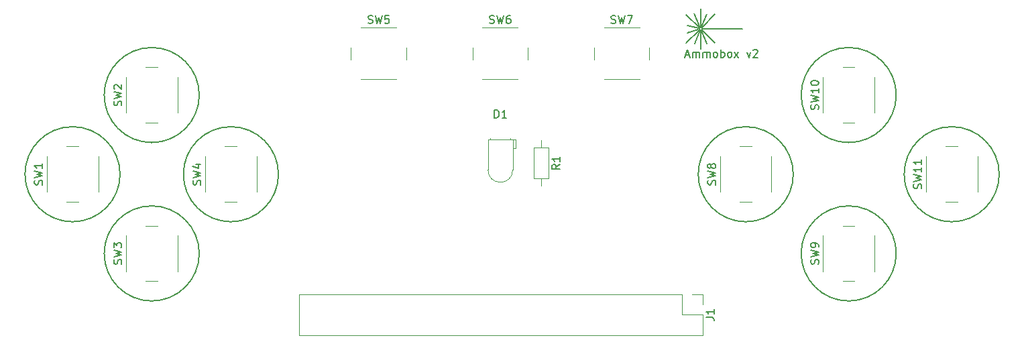
<source format=gto>
%TF.GenerationSoftware,KiCad,Pcbnew,(6.0.11-0)*%
%TF.CreationDate,2023-02-15T22:40:39-07:00*%
%TF.ProjectId,gamepad,67616d65-7061-4642-9e6b-696361645f70,rev?*%
%TF.SameCoordinates,Original*%
%TF.FileFunction,Legend,Top*%
%TF.FilePolarity,Positive*%
%FSLAX46Y46*%
G04 Gerber Fmt 4.6, Leading zero omitted, Abs format (unit mm)*
G04 Created by KiCad (PCBNEW (6.0.11-0)) date 2023-02-15 22:40:39*
%MOMM*%
%LPD*%
G01*
G04 APERTURE LIST*
G04 Aperture macros list*
%AMRotRect*
0 Rectangle, with rotation*
0 The origin of the aperture is its center*
0 $1 length*
0 $2 width*
0 $3 Rotation angle, in degrees counterclockwise*
0 Add horizontal line*
21,1,$1,$2,0,0,$3*%
G04 Aperture macros list end*
%ADD10C,0.150000*%
%ADD11C,0.120000*%
%ADD12RotRect,1.800000X1.800000X225.000000*%
%ADD13C,1.800000*%
%ADD14RotRect,1.800000X1.800000X315.000000*%
%ADD15C,1.400000*%
%ADD16O,1.400000X1.400000*%
%ADD17C,2.000000*%
%ADD18R,1.800000X1.800000*%
%ADD19R,1.700000X1.700000*%
%ADD20O,1.700000X1.700000*%
G04 APERTURE END LIST*
D10*
X190485060Y-103951970D02*
X192139690Y-102297340D01*
X137000000Y-122500000D02*
G75*
G03*
X137000000Y-122500000I-6000000J0D01*
G01*
X215000000Y-112500000D02*
G75*
G03*
X215000000Y-112500000I-6000000J0D01*
G01*
X190201358Y-104350805D02*
X189538425Y-105973029D01*
X190469695Y-104301428D02*
X192124325Y-105956058D01*
X127000000Y-132500000D02*
G75*
G03*
X127000000Y-132500000I-6000000J0D01*
G01*
X117000000Y-122500000D02*
G75*
G03*
X117000000Y-122500000I-6000000J0D01*
G01*
X190300000Y-103940000D02*
X190300000Y-101600000D01*
X127000000Y-112500000D02*
G75*
G03*
X127000000Y-112500000I-6000000J0D01*
G01*
X188482260Y-105958029D02*
X190136890Y-104303399D01*
X215000000Y-132500000D02*
G75*
G03*
X215000000Y-132500000I-6000000J0D01*
G01*
X189505470Y-102207941D02*
X190183791Y-103823791D01*
X202000000Y-122500000D02*
G75*
G03*
X202000000Y-122500000I-6000000J0D01*
G01*
X190025524Y-104204883D02*
X188616351Y-104648038D01*
X228000000Y-122500000D02*
G75*
G03*
X228000000Y-122500000I-6000000J0D01*
G01*
X195580000Y-104140000D02*
X190500000Y-104140000D01*
X190300000Y-106680000D02*
X190300000Y-104340000D01*
X190500000Y-104140000D02*
G75*
G03*
X190500000Y-104140000I-200000J0D01*
G01*
X191062148Y-102277884D02*
X190399215Y-103900108D01*
X190371645Y-104386102D02*
X191049966Y-106001952D01*
X190079379Y-104044539D02*
X188637422Y-103723736D01*
X188495687Y-102328925D02*
X190150317Y-103983555D01*
X188378196Y-107458667D02*
X188854386Y-107458667D01*
X188282958Y-107744381D02*
X188616291Y-106744381D01*
X188949625Y-107744381D01*
X189282958Y-107744381D02*
X189282958Y-107077715D01*
X189282958Y-107172953D02*
X189330577Y-107125334D01*
X189425815Y-107077715D01*
X189568672Y-107077715D01*
X189663910Y-107125334D01*
X189711529Y-107220572D01*
X189711529Y-107744381D01*
X189711529Y-107220572D02*
X189759148Y-107125334D01*
X189854386Y-107077715D01*
X189997244Y-107077715D01*
X190092482Y-107125334D01*
X190140101Y-107220572D01*
X190140101Y-107744381D01*
X190616291Y-107744381D02*
X190616291Y-107077715D01*
X190616291Y-107172953D02*
X190663910Y-107125334D01*
X190759148Y-107077715D01*
X190902005Y-107077715D01*
X190997244Y-107125334D01*
X191044863Y-107220572D01*
X191044863Y-107744381D01*
X191044863Y-107220572D02*
X191092482Y-107125334D01*
X191187720Y-107077715D01*
X191330577Y-107077715D01*
X191425815Y-107125334D01*
X191473434Y-107220572D01*
X191473434Y-107744381D01*
X192092482Y-107744381D02*
X191997244Y-107696762D01*
X191949625Y-107649143D01*
X191902005Y-107553905D01*
X191902005Y-107268191D01*
X191949625Y-107172953D01*
X191997244Y-107125334D01*
X192092482Y-107077715D01*
X192235339Y-107077715D01*
X192330577Y-107125334D01*
X192378196Y-107172953D01*
X192425815Y-107268191D01*
X192425815Y-107553905D01*
X192378196Y-107649143D01*
X192330577Y-107696762D01*
X192235339Y-107744381D01*
X192092482Y-107744381D01*
X192854386Y-107744381D02*
X192854386Y-106744381D01*
X192854386Y-107125334D02*
X192949625Y-107077715D01*
X193140101Y-107077715D01*
X193235339Y-107125334D01*
X193282958Y-107172953D01*
X193330577Y-107268191D01*
X193330577Y-107553905D01*
X193282958Y-107649143D01*
X193235339Y-107696762D01*
X193140101Y-107744381D01*
X192949625Y-107744381D01*
X192854386Y-107696762D01*
X193902005Y-107744381D02*
X193806767Y-107696762D01*
X193759148Y-107649143D01*
X193711529Y-107553905D01*
X193711529Y-107268191D01*
X193759148Y-107172953D01*
X193806767Y-107125334D01*
X193902005Y-107077715D01*
X194044863Y-107077715D01*
X194140101Y-107125334D01*
X194187720Y-107172953D01*
X194235339Y-107268191D01*
X194235339Y-107553905D01*
X194187720Y-107649143D01*
X194140101Y-107696762D01*
X194044863Y-107744381D01*
X193902005Y-107744381D01*
X194568672Y-107744381D02*
X195092482Y-107077715D01*
X194568672Y-107077715D02*
X195092482Y-107744381D01*
X196140101Y-107077715D02*
X196378196Y-107744381D01*
X196616291Y-107077715D01*
X196949625Y-106839620D02*
X196997244Y-106792001D01*
X197092482Y-106744381D01*
X197330577Y-106744381D01*
X197425815Y-106792001D01*
X197473434Y-106839620D01*
X197521053Y-106934858D01*
X197521053Y-107030096D01*
X197473434Y-107172953D01*
X196902005Y-107744381D01*
X197521053Y-107744381D01*
%TO.C,SW5*%
X148326666Y-103404761D02*
X148469523Y-103452380D01*
X148707619Y-103452380D01*
X148802857Y-103404761D01*
X148850476Y-103357142D01*
X148898095Y-103261904D01*
X148898095Y-103166666D01*
X148850476Y-103071428D01*
X148802857Y-103023809D01*
X148707619Y-102976190D01*
X148517142Y-102928571D01*
X148421904Y-102880952D01*
X148374285Y-102833333D01*
X148326666Y-102738095D01*
X148326666Y-102642857D01*
X148374285Y-102547619D01*
X148421904Y-102500000D01*
X148517142Y-102452380D01*
X148755238Y-102452380D01*
X148898095Y-102500000D01*
X149231428Y-102452380D02*
X149469523Y-103452380D01*
X149660000Y-102738095D01*
X149850476Y-103452380D01*
X150088571Y-102452380D01*
X150945714Y-102452380D02*
X150469523Y-102452380D01*
X150421904Y-102928571D01*
X150469523Y-102880952D01*
X150564761Y-102833333D01*
X150802857Y-102833333D01*
X150898095Y-102880952D01*
X150945714Y-102928571D01*
X150993333Y-103023809D01*
X150993333Y-103261904D01*
X150945714Y-103357142D01*
X150898095Y-103404761D01*
X150802857Y-103452380D01*
X150564761Y-103452380D01*
X150469523Y-103404761D01*
X150421904Y-103357142D01*
%TO.C,SW3*%
X117154761Y-133833333D02*
X117202380Y-133690476D01*
X117202380Y-133452380D01*
X117154761Y-133357142D01*
X117107142Y-133309523D01*
X117011904Y-133261904D01*
X116916666Y-133261904D01*
X116821428Y-133309523D01*
X116773809Y-133357142D01*
X116726190Y-133452380D01*
X116678571Y-133642857D01*
X116630952Y-133738095D01*
X116583333Y-133785714D01*
X116488095Y-133833333D01*
X116392857Y-133833333D01*
X116297619Y-133785714D01*
X116250000Y-133738095D01*
X116202380Y-133642857D01*
X116202380Y-133404761D01*
X116250000Y-133261904D01*
X116202380Y-132928571D02*
X117202380Y-132690476D01*
X116488095Y-132500000D01*
X117202380Y-132309523D01*
X116202380Y-132071428D01*
X116202380Y-131785714D02*
X116202380Y-131166666D01*
X116583333Y-131500000D01*
X116583333Y-131357142D01*
X116630952Y-131261904D01*
X116678571Y-131214285D01*
X116773809Y-131166666D01*
X117011904Y-131166666D01*
X117107142Y-131214285D01*
X117154761Y-131261904D01*
X117202380Y-131357142D01*
X117202380Y-131642857D01*
X117154761Y-131738095D01*
X117107142Y-131785714D01*
%TO.C,SW8*%
X192154761Y-123833333D02*
X192202380Y-123690476D01*
X192202380Y-123452380D01*
X192154761Y-123357142D01*
X192107142Y-123309523D01*
X192011904Y-123261904D01*
X191916666Y-123261904D01*
X191821428Y-123309523D01*
X191773809Y-123357142D01*
X191726190Y-123452380D01*
X191678571Y-123642857D01*
X191630952Y-123738095D01*
X191583333Y-123785714D01*
X191488095Y-123833333D01*
X191392857Y-123833333D01*
X191297619Y-123785714D01*
X191250000Y-123738095D01*
X191202380Y-123642857D01*
X191202380Y-123404761D01*
X191250000Y-123261904D01*
X191202380Y-122928571D02*
X192202380Y-122690476D01*
X191488095Y-122500000D01*
X192202380Y-122309523D01*
X191202380Y-122071428D01*
X191630952Y-121547619D02*
X191583333Y-121642857D01*
X191535714Y-121690476D01*
X191440476Y-121738095D01*
X191392857Y-121738095D01*
X191297619Y-121690476D01*
X191250000Y-121642857D01*
X191202380Y-121547619D01*
X191202380Y-121357142D01*
X191250000Y-121261904D01*
X191297619Y-121214285D01*
X191392857Y-121166666D01*
X191440476Y-121166666D01*
X191535714Y-121214285D01*
X191583333Y-121261904D01*
X191630952Y-121357142D01*
X191630952Y-121547619D01*
X191678571Y-121642857D01*
X191726190Y-121690476D01*
X191821428Y-121738095D01*
X192011904Y-121738095D01*
X192107142Y-121690476D01*
X192154761Y-121642857D01*
X192202380Y-121547619D01*
X192202380Y-121357142D01*
X192154761Y-121261904D01*
X192107142Y-121214285D01*
X192011904Y-121166666D01*
X191821428Y-121166666D01*
X191726190Y-121214285D01*
X191678571Y-121261904D01*
X191630952Y-121357142D01*
%TO.C,R1*%
X172552380Y-121246666D02*
X172076190Y-121580000D01*
X172552380Y-121818095D02*
X171552380Y-121818095D01*
X171552380Y-121437142D01*
X171600000Y-121341904D01*
X171647619Y-121294285D01*
X171742857Y-121246666D01*
X171885714Y-121246666D01*
X171980952Y-121294285D01*
X172028571Y-121341904D01*
X172076190Y-121437142D01*
X172076190Y-121818095D01*
X172552380Y-120294285D02*
X172552380Y-120865714D01*
X172552380Y-120580000D02*
X171552380Y-120580000D01*
X171695238Y-120675238D01*
X171790476Y-120770476D01*
X171838095Y-120865714D01*
%TO.C,D1*%
X164281904Y-115372380D02*
X164281904Y-114372380D01*
X164520000Y-114372380D01*
X164662857Y-114420000D01*
X164758095Y-114515238D01*
X164805714Y-114610476D01*
X164853333Y-114800952D01*
X164853333Y-114943809D01*
X164805714Y-115134285D01*
X164758095Y-115229523D01*
X164662857Y-115324761D01*
X164520000Y-115372380D01*
X164281904Y-115372380D01*
X165805714Y-115372380D02*
X165234285Y-115372380D01*
X165520000Y-115372380D02*
X165520000Y-114372380D01*
X165424761Y-114515238D01*
X165329523Y-114610476D01*
X165234285Y-114658095D01*
%TO.C,J1*%
X191007380Y-140574523D02*
X191721666Y-140574523D01*
X191864523Y-140622142D01*
X191959761Y-140717380D01*
X192007380Y-140860237D01*
X192007380Y-140955475D01*
X192007380Y-139574523D02*
X192007380Y-140145951D01*
X192007380Y-139860237D02*
X191007380Y-139860237D01*
X191150238Y-139955475D01*
X191245476Y-140050713D01*
X191293095Y-140145951D01*
%TO.C,SW11*%
X218154761Y-124309523D02*
X218202380Y-124166666D01*
X218202380Y-123928571D01*
X218154761Y-123833333D01*
X218107142Y-123785714D01*
X218011904Y-123738095D01*
X217916666Y-123738095D01*
X217821428Y-123785714D01*
X217773809Y-123833333D01*
X217726190Y-123928571D01*
X217678571Y-124119047D01*
X217630952Y-124214285D01*
X217583333Y-124261904D01*
X217488095Y-124309523D01*
X217392857Y-124309523D01*
X217297619Y-124261904D01*
X217250000Y-124214285D01*
X217202380Y-124119047D01*
X217202380Y-123880952D01*
X217250000Y-123738095D01*
X217202380Y-123404761D02*
X218202380Y-123166666D01*
X217488095Y-122976190D01*
X218202380Y-122785714D01*
X217202380Y-122547619D01*
X218202380Y-121642857D02*
X218202380Y-122214285D01*
X218202380Y-121928571D02*
X217202380Y-121928571D01*
X217345238Y-122023809D01*
X217440476Y-122119047D01*
X217488095Y-122214285D01*
X218202380Y-120690476D02*
X218202380Y-121261904D01*
X218202380Y-120976190D02*
X217202380Y-120976190D01*
X217345238Y-121071428D01*
X217440476Y-121166666D01*
X217488095Y-121261904D01*
%TO.C,SW1*%
X107154761Y-123833333D02*
X107202380Y-123690476D01*
X107202380Y-123452380D01*
X107154761Y-123357142D01*
X107107142Y-123309523D01*
X107011904Y-123261904D01*
X106916666Y-123261904D01*
X106821428Y-123309523D01*
X106773809Y-123357142D01*
X106726190Y-123452380D01*
X106678571Y-123642857D01*
X106630952Y-123738095D01*
X106583333Y-123785714D01*
X106488095Y-123833333D01*
X106392857Y-123833333D01*
X106297619Y-123785714D01*
X106250000Y-123738095D01*
X106202380Y-123642857D01*
X106202380Y-123404761D01*
X106250000Y-123261904D01*
X106202380Y-122928571D02*
X107202380Y-122690476D01*
X106488095Y-122500000D01*
X107202380Y-122309523D01*
X106202380Y-122071428D01*
X107202380Y-121166666D02*
X107202380Y-121738095D01*
X107202380Y-121452380D02*
X106202380Y-121452380D01*
X106345238Y-121547619D01*
X106440476Y-121642857D01*
X106488095Y-121738095D01*
%TO.C,SW7*%
X179006666Y-103404761D02*
X179149523Y-103452380D01*
X179387619Y-103452380D01*
X179482857Y-103404761D01*
X179530476Y-103357142D01*
X179578095Y-103261904D01*
X179578095Y-103166666D01*
X179530476Y-103071428D01*
X179482857Y-103023809D01*
X179387619Y-102976190D01*
X179197142Y-102928571D01*
X179101904Y-102880952D01*
X179054285Y-102833333D01*
X179006666Y-102738095D01*
X179006666Y-102642857D01*
X179054285Y-102547619D01*
X179101904Y-102500000D01*
X179197142Y-102452380D01*
X179435238Y-102452380D01*
X179578095Y-102500000D01*
X179911428Y-102452380D02*
X180149523Y-103452380D01*
X180340000Y-102738095D01*
X180530476Y-103452380D01*
X180768571Y-102452380D01*
X181054285Y-102452380D02*
X181720952Y-102452380D01*
X181292380Y-103452380D01*
%TO.C,SW10*%
X205154761Y-114309523D02*
X205202380Y-114166666D01*
X205202380Y-113928571D01*
X205154761Y-113833333D01*
X205107142Y-113785714D01*
X205011904Y-113738095D01*
X204916666Y-113738095D01*
X204821428Y-113785714D01*
X204773809Y-113833333D01*
X204726190Y-113928571D01*
X204678571Y-114119047D01*
X204630952Y-114214285D01*
X204583333Y-114261904D01*
X204488095Y-114309523D01*
X204392857Y-114309523D01*
X204297619Y-114261904D01*
X204250000Y-114214285D01*
X204202380Y-114119047D01*
X204202380Y-113880952D01*
X204250000Y-113738095D01*
X204202380Y-113404761D02*
X205202380Y-113166666D01*
X204488095Y-112976190D01*
X205202380Y-112785714D01*
X204202380Y-112547619D01*
X205202380Y-111642857D02*
X205202380Y-112214285D01*
X205202380Y-111928571D02*
X204202380Y-111928571D01*
X204345238Y-112023809D01*
X204440476Y-112119047D01*
X204488095Y-112214285D01*
X204202380Y-111023809D02*
X204202380Y-110928571D01*
X204250000Y-110833333D01*
X204297619Y-110785714D01*
X204392857Y-110738095D01*
X204583333Y-110690476D01*
X204821428Y-110690476D01*
X205011904Y-110738095D01*
X205107142Y-110785714D01*
X205154761Y-110833333D01*
X205202380Y-110928571D01*
X205202380Y-111023809D01*
X205154761Y-111119047D01*
X205107142Y-111166666D01*
X205011904Y-111214285D01*
X204821428Y-111261904D01*
X204583333Y-111261904D01*
X204392857Y-111214285D01*
X204297619Y-111166666D01*
X204250000Y-111119047D01*
X204202380Y-111023809D01*
%TO.C,SW2*%
X117154761Y-113833333D02*
X117202380Y-113690476D01*
X117202380Y-113452380D01*
X117154761Y-113357142D01*
X117107142Y-113309523D01*
X117011904Y-113261904D01*
X116916666Y-113261904D01*
X116821428Y-113309523D01*
X116773809Y-113357142D01*
X116726190Y-113452380D01*
X116678571Y-113642857D01*
X116630952Y-113738095D01*
X116583333Y-113785714D01*
X116488095Y-113833333D01*
X116392857Y-113833333D01*
X116297619Y-113785714D01*
X116250000Y-113738095D01*
X116202380Y-113642857D01*
X116202380Y-113404761D01*
X116250000Y-113261904D01*
X116202380Y-112928571D02*
X117202380Y-112690476D01*
X116488095Y-112500000D01*
X117202380Y-112309523D01*
X116202380Y-112071428D01*
X116297619Y-111738095D02*
X116250000Y-111690476D01*
X116202380Y-111595238D01*
X116202380Y-111357142D01*
X116250000Y-111261904D01*
X116297619Y-111214285D01*
X116392857Y-111166666D01*
X116488095Y-111166666D01*
X116630952Y-111214285D01*
X117202380Y-111785714D01*
X117202380Y-111166666D01*
%TO.C,SW4*%
X127154761Y-123833333D02*
X127202380Y-123690476D01*
X127202380Y-123452380D01*
X127154761Y-123357142D01*
X127107142Y-123309523D01*
X127011904Y-123261904D01*
X126916666Y-123261904D01*
X126821428Y-123309523D01*
X126773809Y-123357142D01*
X126726190Y-123452380D01*
X126678571Y-123642857D01*
X126630952Y-123738095D01*
X126583333Y-123785714D01*
X126488095Y-123833333D01*
X126392857Y-123833333D01*
X126297619Y-123785714D01*
X126250000Y-123738095D01*
X126202380Y-123642857D01*
X126202380Y-123404761D01*
X126250000Y-123261904D01*
X126202380Y-122928571D02*
X127202380Y-122690476D01*
X126488095Y-122500000D01*
X127202380Y-122309523D01*
X126202380Y-122071428D01*
X126535714Y-121261904D02*
X127202380Y-121261904D01*
X126154761Y-121500000D02*
X126869047Y-121738095D01*
X126869047Y-121119047D01*
%TO.C,SW9*%
X205154761Y-133833333D02*
X205202380Y-133690476D01*
X205202380Y-133452380D01*
X205154761Y-133357142D01*
X205107142Y-133309523D01*
X205011904Y-133261904D01*
X204916666Y-133261904D01*
X204821428Y-133309523D01*
X204773809Y-133357142D01*
X204726190Y-133452380D01*
X204678571Y-133642857D01*
X204630952Y-133738095D01*
X204583333Y-133785714D01*
X204488095Y-133833333D01*
X204392857Y-133833333D01*
X204297619Y-133785714D01*
X204250000Y-133738095D01*
X204202380Y-133642857D01*
X204202380Y-133404761D01*
X204250000Y-133261904D01*
X204202380Y-132928571D02*
X205202380Y-132690476D01*
X204488095Y-132500000D01*
X205202380Y-132309523D01*
X204202380Y-132071428D01*
X205202380Y-131642857D02*
X205202380Y-131452380D01*
X205154761Y-131357142D01*
X205107142Y-131309523D01*
X204964285Y-131214285D01*
X204773809Y-131166666D01*
X204392857Y-131166666D01*
X204297619Y-131214285D01*
X204250000Y-131261904D01*
X204202380Y-131357142D01*
X204202380Y-131547619D01*
X204250000Y-131642857D01*
X204297619Y-131690476D01*
X204392857Y-131738095D01*
X204630952Y-131738095D01*
X204726190Y-131690476D01*
X204773809Y-131642857D01*
X204821428Y-131547619D01*
X204821428Y-131357142D01*
X204773809Y-131261904D01*
X204726190Y-131214285D01*
X204630952Y-131166666D01*
%TO.C,SW6*%
X163666666Y-103404761D02*
X163809523Y-103452380D01*
X164047619Y-103452380D01*
X164142857Y-103404761D01*
X164190476Y-103357142D01*
X164238095Y-103261904D01*
X164238095Y-103166666D01*
X164190476Y-103071428D01*
X164142857Y-103023809D01*
X164047619Y-102976190D01*
X163857142Y-102928571D01*
X163761904Y-102880952D01*
X163714285Y-102833333D01*
X163666666Y-102738095D01*
X163666666Y-102642857D01*
X163714285Y-102547619D01*
X163761904Y-102500000D01*
X163857142Y-102452380D01*
X164095238Y-102452380D01*
X164238095Y-102500000D01*
X164571428Y-102452380D02*
X164809523Y-103452380D01*
X165000000Y-102738095D01*
X165190476Y-103452380D01*
X165428571Y-102452380D01*
X166238095Y-102452380D02*
X166047619Y-102452380D01*
X165952380Y-102500000D01*
X165904761Y-102547619D01*
X165809523Y-102690476D01*
X165761904Y-102880952D01*
X165761904Y-103261904D01*
X165809523Y-103357142D01*
X165857142Y-103404761D01*
X165952380Y-103452380D01*
X166142857Y-103452380D01*
X166238095Y-103404761D01*
X166285714Y-103357142D01*
X166333333Y-103261904D01*
X166333333Y-103023809D01*
X166285714Y-102928571D01*
X166238095Y-102880952D01*
X166142857Y-102833333D01*
X165952380Y-102833333D01*
X165857142Y-102880952D01*
X165809523Y-102928571D01*
X165761904Y-103023809D01*
D11*
%TO.C,SW5*%
X146160000Y-106500000D02*
X146160000Y-108000000D01*
X151910000Y-104000000D02*
X147410000Y-104000000D01*
X147410000Y-110500000D02*
X151910000Y-110500000D01*
X153160000Y-108000000D02*
X153160000Y-106500000D01*
%TO.C,SW3*%
X124250000Y-134750000D02*
X124250000Y-130250000D01*
X117750000Y-130250000D02*
X117750000Y-134750000D01*
X120250000Y-136000000D02*
X121750000Y-136000000D01*
X121750000Y-129000000D02*
X120250000Y-129000000D01*
%TO.C,SW8*%
X192750000Y-120250000D02*
X192750000Y-124750000D01*
X195250000Y-126000000D02*
X196750000Y-126000000D01*
X196750000Y-119000000D02*
X195250000Y-119000000D01*
X199250000Y-124750000D02*
X199250000Y-120250000D01*
%TO.C,R1*%
X170180000Y-123950000D02*
X170180000Y-123000000D01*
X169260000Y-119160000D02*
X169260000Y-123000000D01*
X171100000Y-119160000D02*
X169260000Y-119160000D01*
X169260000Y-123000000D02*
X171100000Y-123000000D01*
X171100000Y-123000000D02*
X171100000Y-119160000D01*
X170180000Y-118210000D02*
X170180000Y-119160000D01*
%TO.C,D1*%
X163460000Y-121950000D02*
G75*
G03*
X166580000Y-121950000I1560000J0D01*
G01*
X163750000Y-117960000D02*
X163750000Y-117960000D01*
X166980000Y-118090000D02*
X166980000Y-119210000D01*
X166580000Y-119210000D02*
X166580000Y-118090000D01*
X163460000Y-118090000D02*
X163460000Y-121950000D01*
X166980000Y-119210000D02*
X166580000Y-119210000D01*
X166290000Y-117960000D02*
X166290000Y-118090000D01*
X163750000Y-118090000D02*
X163750000Y-117960000D01*
X163750000Y-118090000D02*
X163750000Y-118090000D01*
X166580000Y-118090000D02*
X166580000Y-121950000D01*
X166580000Y-118090000D02*
X166980000Y-118090000D01*
X163750000Y-117960000D02*
X163750000Y-118090000D01*
X166290000Y-117960000D02*
X166290000Y-117960000D01*
X166290000Y-118090000D02*
X166290000Y-118090000D01*
X163460000Y-118090000D02*
X166580000Y-118090000D01*
X166290000Y-118090000D02*
X166290000Y-117960000D01*
%TO.C,J1*%
X190555000Y-140241190D02*
X190555000Y-142841190D01*
X187955000Y-137641190D02*
X139635000Y-137641190D01*
X139635000Y-137641190D02*
X139635000Y-142841190D01*
X187955000Y-137641190D02*
X187955000Y-140241190D01*
X190555000Y-137641190D02*
X190555000Y-138971190D01*
X190555000Y-142841190D02*
X139635000Y-142841190D01*
X189225000Y-137641190D02*
X190555000Y-137641190D01*
X187955000Y-140241190D02*
X190555000Y-140241190D01*
%TO.C,SW11*%
X222750000Y-119000000D02*
X221250000Y-119000000D01*
X225250000Y-124750000D02*
X225250000Y-120250000D01*
X218750000Y-120250000D02*
X218750000Y-124750000D01*
X221250000Y-126000000D02*
X222750000Y-126000000D01*
%TO.C,SW1*%
X107750000Y-120250000D02*
X107750000Y-124750000D01*
X111750000Y-119000000D02*
X110250000Y-119000000D01*
X114250000Y-124750000D02*
X114250000Y-120250000D01*
X110250000Y-126000000D02*
X111750000Y-126000000D01*
%TO.C,SW7*%
X183840000Y-108000000D02*
X183840000Y-106500000D01*
X176840000Y-106500000D02*
X176840000Y-108000000D01*
X178090000Y-110500000D02*
X182590000Y-110500000D01*
X182590000Y-104000000D02*
X178090000Y-104000000D01*
%TO.C,SW10*%
X212250000Y-114750000D02*
X212250000Y-110250000D01*
X205750000Y-110250000D02*
X205750000Y-114750000D01*
X208250000Y-116000000D02*
X209750000Y-116000000D01*
X209750000Y-109000000D02*
X208250000Y-109000000D01*
%TO.C,SW2*%
X120250000Y-116000000D02*
X121750000Y-116000000D01*
X124250000Y-114750000D02*
X124250000Y-110250000D01*
X117750000Y-110250000D02*
X117750000Y-114750000D01*
X121750000Y-109000000D02*
X120250000Y-109000000D01*
%TO.C,SW4*%
X134250000Y-124750000D02*
X134250000Y-120250000D01*
X127750000Y-120250000D02*
X127750000Y-124750000D01*
X130250000Y-126000000D02*
X131750000Y-126000000D01*
X131750000Y-119000000D02*
X130250000Y-119000000D01*
%TO.C,SW9*%
X205750000Y-130250000D02*
X205750000Y-134750000D01*
X208250000Y-136000000D02*
X209750000Y-136000000D01*
X212250000Y-134750000D02*
X212250000Y-130250000D01*
X209750000Y-129000000D02*
X208250000Y-129000000D01*
%TO.C,SW6*%
X167250000Y-104000000D02*
X162750000Y-104000000D01*
X162750000Y-110500000D02*
X167250000Y-110500000D01*
X168500000Y-108000000D02*
X168500000Y-106500000D01*
X161500000Y-106500000D02*
X161500000Y-108000000D01*
%TD*%
%LPC*%
D12*
%TO.C,D5*%
X224767963Y-137414849D03*
D13*
X222971912Y-139210900D03*
%TD*%
D14*
%TO.C,D4*%
X222583082Y-105584365D03*
D13*
X224379133Y-107380416D03*
%TD*%
D12*
%TO.C,D3*%
X107764349Y-105572566D03*
D13*
X105968298Y-107368617D03*
%TD*%
D14*
%TO.C,D2*%
X106680000Y-137160000D03*
D13*
X108476051Y-138956051D03*
%TD*%
D15*
%TO.C,R5*%
X218440000Y-142240000D03*
D16*
X210820000Y-142240000D03*
%TD*%
D15*
%TO.C,R4*%
X218440000Y-114300000D03*
D16*
X226060000Y-114300000D03*
%TD*%
%TO.C,R3*%
X104140000Y-114300000D03*
D15*
X111760000Y-114300000D03*
%TD*%
%TO.C,R2*%
X113030000Y-142240000D03*
D16*
X120650000Y-142240000D03*
%TD*%
D17*
%TO.C,SW5*%
X152910000Y-105000000D03*
X146410000Y-105000000D03*
X152910000Y-109500000D03*
X146410000Y-109500000D03*
%TD*%
%TO.C,SW3*%
X118750000Y-129250000D03*
X118750000Y-135750000D03*
X123250000Y-135750000D03*
X123250000Y-129250000D03*
%TD*%
%TO.C,SW8*%
X193750000Y-125750000D03*
X193750000Y-119250000D03*
X198250000Y-119250000D03*
X198250000Y-125750000D03*
%TD*%
D15*
%TO.C,R1*%
X170180000Y-117270000D03*
D16*
X170180000Y-124890000D03*
%TD*%
D13*
%TO.C,D1*%
X166290000Y-116880000D03*
D18*
X163750000Y-116880000D03*
%TD*%
D19*
%TO.C,J1*%
X189225000Y-138971190D03*
D20*
X189225000Y-141511190D03*
X186685000Y-138971190D03*
X186685000Y-141511190D03*
X184145000Y-138971190D03*
X184145000Y-141511190D03*
X181605000Y-138971190D03*
X181605000Y-141511190D03*
X179065000Y-138971190D03*
X179065000Y-141511190D03*
X176525000Y-138971190D03*
X176525000Y-141511190D03*
X173985000Y-138971190D03*
X173985000Y-141511190D03*
X171445000Y-138971190D03*
X171445000Y-141511190D03*
X168905000Y-138971190D03*
X168905000Y-141511190D03*
X166365000Y-138971190D03*
X166365000Y-141511190D03*
X163825000Y-138971190D03*
X163825000Y-141511190D03*
X161285000Y-138971190D03*
X161285000Y-141511190D03*
X158745000Y-138971190D03*
X158745000Y-141511190D03*
X156205000Y-138971190D03*
X156205000Y-141511190D03*
X153665000Y-138971190D03*
X153665000Y-141511190D03*
X151125000Y-138971190D03*
X151125000Y-141511190D03*
X148585000Y-138971190D03*
X148585000Y-141511190D03*
X146045000Y-138971190D03*
X146045000Y-141511190D03*
X143505000Y-138971190D03*
X143505000Y-141511190D03*
X140965000Y-138971190D03*
X140965000Y-141511190D03*
%TD*%
D17*
%TO.C,SW11*%
X219750000Y-125750000D03*
X219750000Y-119250000D03*
X224250000Y-125750000D03*
X224250000Y-119250000D03*
%TD*%
%TO.C,SW1*%
X108750000Y-125750000D03*
X108750000Y-119250000D03*
X113250000Y-119250000D03*
X113250000Y-125750000D03*
%TD*%
%TO.C,SW7*%
X183590000Y-105000000D03*
X177090000Y-105000000D03*
X177090000Y-109500000D03*
X183590000Y-109500000D03*
%TD*%
%TO.C,SW10*%
X206750000Y-109250000D03*
X206750000Y-115750000D03*
X211250000Y-109250000D03*
X211250000Y-115750000D03*
%TD*%
%TO.C,SW2*%
X118750000Y-115750000D03*
X118750000Y-109250000D03*
X123250000Y-115750000D03*
X123250000Y-109250000D03*
%TD*%
%TO.C,SW4*%
X128750000Y-119250000D03*
X128750000Y-125750000D03*
X133250000Y-119250000D03*
X133250000Y-125750000D03*
%TD*%
%TO.C,SW9*%
X206750000Y-135750000D03*
X206750000Y-129250000D03*
X211250000Y-135750000D03*
X211250000Y-129250000D03*
%TD*%
%TO.C,SW6*%
X161750000Y-105000000D03*
X168250000Y-105000000D03*
X161750000Y-109500000D03*
X168250000Y-109500000D03*
%TD*%
M02*

</source>
